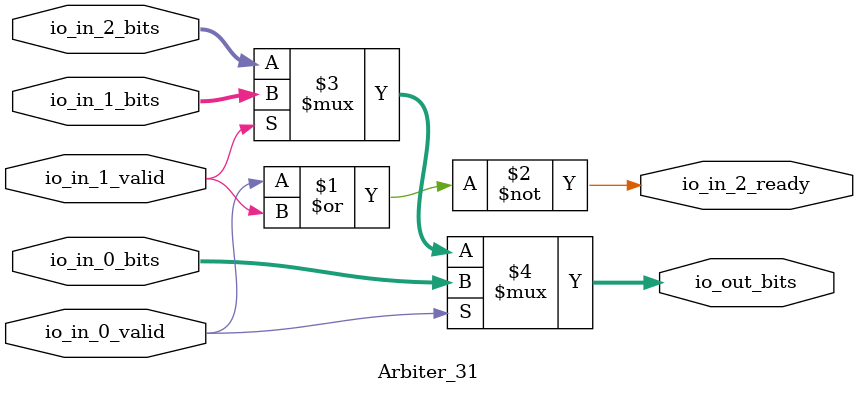
<source format=sv>
`ifndef RANDOMIZE
  `ifdef RANDOMIZE_REG_INIT
    `define RANDOMIZE
  `endif // RANDOMIZE_REG_INIT
`endif // not def RANDOMIZE
`ifndef RANDOMIZE
  `ifdef RANDOMIZE_MEM_INIT
    `define RANDOMIZE
  `endif // RANDOMIZE_MEM_INIT
`endif // not def RANDOMIZE

`ifndef RANDOM
  `define RANDOM $random
`endif // not def RANDOM

// Users can define 'PRINTF_COND' to add an extra gate to prints.
`ifndef PRINTF_COND_
  `ifdef PRINTF_COND
    `define PRINTF_COND_ (`PRINTF_COND)
  `else  // PRINTF_COND
    `define PRINTF_COND_ 1
  `endif // PRINTF_COND
`endif // not def PRINTF_COND_

// Users can define 'ASSERT_VERBOSE_COND' to add an extra gate to assert error printing.
`ifndef ASSERT_VERBOSE_COND_
  `ifdef ASSERT_VERBOSE_COND
    `define ASSERT_VERBOSE_COND_ (`ASSERT_VERBOSE_COND)
  `else  // ASSERT_VERBOSE_COND
    `define ASSERT_VERBOSE_COND_ 1
  `endif // ASSERT_VERBOSE_COND
`endif // not def ASSERT_VERBOSE_COND_

// Users can define 'STOP_COND' to add an extra gate to stop conditions.
`ifndef STOP_COND_
  `ifdef STOP_COND
    `define STOP_COND_ (`STOP_COND)
  `else  // STOP_COND
    `define STOP_COND_ 1
  `endif // STOP_COND
`endif // not def STOP_COND_

// Users can define INIT_RANDOM as general code that gets injected into the
// initializer block for modules with registers.
`ifndef INIT_RANDOM
  `define INIT_RANDOM
`endif // not def INIT_RANDOM

// If using random initialization, you can also define RANDOMIZE_DELAY to
// customize the delay used, otherwise 0.002 is used.
`ifndef RANDOMIZE_DELAY
  `define RANDOMIZE_DELAY 0.002
`endif // not def RANDOMIZE_DELAY

// Define INIT_RANDOM_PROLOG_ for use in our modules below.
`ifndef INIT_RANDOM_PROLOG_
  `ifdef RANDOMIZE
    `ifdef VERILATOR
      `define INIT_RANDOM_PROLOG_ `INIT_RANDOM
    `else  // VERILATOR
      `define INIT_RANDOM_PROLOG_ `INIT_RANDOM #`RANDOMIZE_DELAY begin end
    `endif // VERILATOR
  `else  // RANDOMIZE
    `define INIT_RANDOM_PROLOG_
  `endif // RANDOMIZE
`endif // not def INIT_RANDOM_PROLOG_

module Arbiter_31(
  input        io_in_0_valid,
  input  [3:0] io_in_0_bits,
  input        io_in_1_valid,
  input  [3:0] io_in_1_bits,
               io_in_2_bits,
  output       io_in_2_ready,
  output [3:0] io_out_bits
);

  assign io_in_2_ready = ~(io_in_0_valid | io_in_1_valid);	// @[Arbiter.scala:45:{68,78}]
  assign io_out_bits = io_in_0_valid ? io_in_0_bits : io_in_1_valid ? io_in_1_bits : io_in_2_bits;	// @[Arbiter.scala:136:15, :138:26, :140:19]
endmodule


</source>
